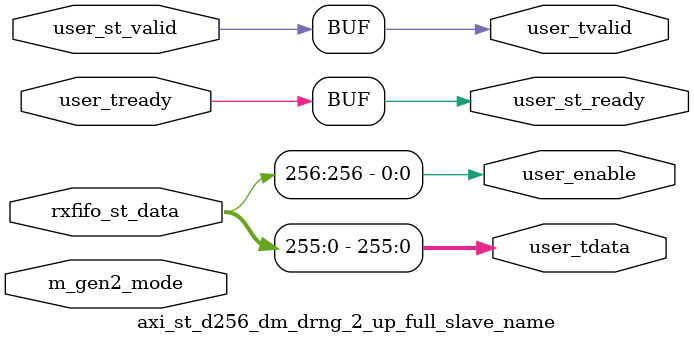
<source format=sv>
module axi_st_d256_dm_drng_2_up_full_slave_name  (

  // st channel
  output logic [ 255:   0]   user_tdata          ,
  output logic               user_tvalid         ,
  input  logic               user_tready         ,
  output logic [   0:   0]   user_enable         ,

  // Logic Link Interfaces
  input  logic               user_st_valid       ,
  input  logic [ 256:   0]   rxfifo_st_data      ,
  output logic               user_st_ready       ,

  input  logic               m_gen2_mode         

);

  // Connect Data

  assign user_tvalid                        = user_st_valid                      ;
  assign user_st_ready                      = user_tready                        ;
  assign user_tdata           [   0 +: 256] = rxfifo_st_data       [   0 +: 256] ;
  assign user_enable          [   0 +:   1] = rxfifo_st_data       [ 256 +:   1] ;

endmodule

</source>
